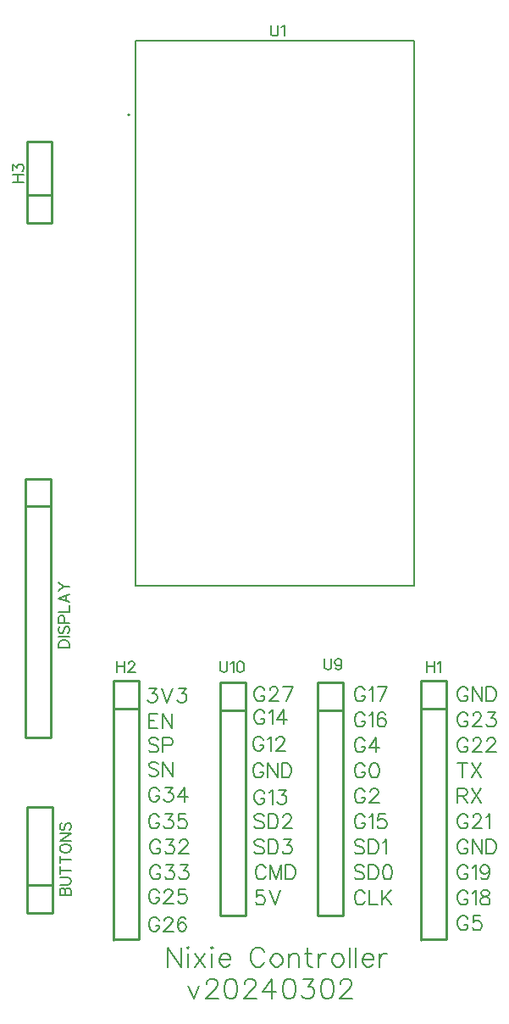
<source format=gto>
G04 Layer: TopSilkscreenLayer*
G04 EasyEDA v6.5.42, 2024-02-29 16:04:18*
G04 a77a6519c85945819b4ef728552386b2,10*
G04 Gerber Generator version 0.2*
G04 Scale: 100 percent, Rotated: No, Reflected: No *
G04 Dimensions in millimeters *
G04 leading zeros omitted , absolute positions ,4 integer and 5 decimal *
%FSLAX45Y45*%
%MOMM*%

%ADD10C,0.2032*%
%ADD11C,0.1524*%
%ADD12C,0.2540*%
%ADD13C,0.1270*%
%ADD14C,0.1999*%
%ADD15C,0.0120*%

%LPD*%
D10*
X2298700Y-2665221D02*
G01*
X2298700Y-2859023D01*
X2298700Y-2665221D02*
G01*
X2427986Y-2859023D01*
X2427986Y-2665221D02*
G01*
X2427986Y-2859023D01*
X2488945Y-2665221D02*
G01*
X2498090Y-2674365D01*
X2507488Y-2665221D01*
X2498090Y-2655823D01*
X2488945Y-2665221D01*
X2498090Y-2729737D02*
G01*
X2498090Y-2859023D01*
X2568447Y-2729737D02*
G01*
X2670047Y-2859023D01*
X2670047Y-2729737D02*
G01*
X2568447Y-2859023D01*
X2731008Y-2665221D02*
G01*
X2740152Y-2674365D01*
X2749550Y-2665221D01*
X2740152Y-2655823D01*
X2731008Y-2665221D01*
X2740152Y-2729737D02*
G01*
X2740152Y-2859023D01*
X2810509Y-2785110D02*
G01*
X2921254Y-2785110D01*
X2921254Y-2766821D01*
X2912109Y-2748279D01*
X2902711Y-2739136D01*
X2884170Y-2729737D01*
X2856484Y-2729737D01*
X2838195Y-2739136D01*
X2819654Y-2757423D01*
X2810509Y-2785110D01*
X2810509Y-2803652D01*
X2819654Y-2831337D01*
X2838195Y-2849879D01*
X2856484Y-2859023D01*
X2884170Y-2859023D01*
X2902711Y-2849879D01*
X2921254Y-2831337D01*
X3262884Y-2711450D02*
G01*
X3253740Y-2692907D01*
X3235197Y-2674365D01*
X3216909Y-2665221D01*
X3179825Y-2665221D01*
X3161284Y-2674365D01*
X3142995Y-2692907D01*
X3133597Y-2711450D01*
X3124454Y-2739136D01*
X3124454Y-2785110D01*
X3133597Y-2813050D01*
X3142995Y-2831337D01*
X3161284Y-2849879D01*
X3179825Y-2859023D01*
X3216909Y-2859023D01*
X3235197Y-2849879D01*
X3253740Y-2831337D01*
X3262884Y-2813050D01*
X3370072Y-2729737D02*
G01*
X3351529Y-2739136D01*
X3333241Y-2757423D01*
X3323843Y-2785110D01*
X3323843Y-2803652D01*
X3333241Y-2831337D01*
X3351529Y-2849879D01*
X3370072Y-2859023D01*
X3397758Y-2859023D01*
X3416300Y-2849879D01*
X3434841Y-2831337D01*
X3443986Y-2803652D01*
X3443986Y-2785110D01*
X3434841Y-2757423D01*
X3416300Y-2739136D01*
X3397758Y-2729737D01*
X3370072Y-2729737D01*
X3504945Y-2729737D02*
G01*
X3504945Y-2859023D01*
X3504945Y-2766821D02*
G01*
X3532631Y-2739136D01*
X3551174Y-2729737D01*
X3578859Y-2729737D01*
X3597402Y-2739136D01*
X3606545Y-2766821D01*
X3606545Y-2859023D01*
X3695191Y-2665221D02*
G01*
X3695191Y-2822194D01*
X3704590Y-2849879D01*
X3722877Y-2859023D01*
X3741420Y-2859023D01*
X3667506Y-2729737D02*
G01*
X3732275Y-2729737D01*
X3802379Y-2729737D02*
G01*
X3802379Y-2859023D01*
X3802379Y-2785110D02*
G01*
X3811524Y-2757423D01*
X3830065Y-2739136D01*
X3848608Y-2729737D01*
X3876293Y-2729737D01*
X3983481Y-2729737D02*
G01*
X3964940Y-2739136D01*
X3946397Y-2757423D01*
X3937254Y-2785110D01*
X3937254Y-2803652D01*
X3946397Y-2831337D01*
X3964940Y-2849879D01*
X3983481Y-2859023D01*
X4011168Y-2859023D01*
X4029709Y-2849879D01*
X4047997Y-2831337D01*
X4057395Y-2803652D01*
X4057395Y-2785110D01*
X4047997Y-2757423D01*
X4029709Y-2739136D01*
X4011168Y-2729737D01*
X3983481Y-2729737D01*
X4118356Y-2665221D02*
G01*
X4118356Y-2859023D01*
X4179315Y-2665221D02*
G01*
X4179315Y-2859023D01*
X4240275Y-2785110D02*
G01*
X4351020Y-2785110D01*
X4351020Y-2766821D01*
X4341875Y-2748279D01*
X4332477Y-2739136D01*
X4314190Y-2729737D01*
X4286250Y-2729737D01*
X4267961Y-2739136D01*
X4249420Y-2757423D01*
X4240275Y-2785110D01*
X4240275Y-2803652D01*
X4249420Y-2831337D01*
X4267961Y-2849879D01*
X4286250Y-2859023D01*
X4314190Y-2859023D01*
X4332477Y-2849879D01*
X4351020Y-2831337D01*
X4411979Y-2729737D02*
G01*
X4411979Y-2859023D01*
X4411979Y-2785110D02*
G01*
X4421124Y-2757423D01*
X4439665Y-2739136D01*
X4458208Y-2729737D01*
X4485893Y-2729737D01*
X2501900Y-3047237D02*
G01*
X2557272Y-3176523D01*
X2612643Y-3047237D02*
G01*
X2557272Y-3176523D01*
X2683002Y-3028950D02*
G01*
X2683002Y-3019552D01*
X2692145Y-3001010D01*
X2701290Y-2991865D01*
X2719831Y-2982721D01*
X2756915Y-2982721D01*
X2775204Y-2991865D01*
X2784602Y-3001010D01*
X2793745Y-3019552D01*
X2793745Y-3038094D01*
X2784602Y-3056636D01*
X2766059Y-3084321D01*
X2673604Y-3176523D01*
X2802890Y-3176523D01*
X2919475Y-2982721D02*
G01*
X2891790Y-2991865D01*
X2873247Y-3019552D01*
X2863850Y-3065779D01*
X2863850Y-3093465D01*
X2873247Y-3139694D01*
X2891790Y-3167379D01*
X2919475Y-3176523D01*
X2937763Y-3176523D01*
X2965450Y-3167379D01*
X2983991Y-3139694D01*
X2993390Y-3093465D01*
X2993390Y-3065779D01*
X2983991Y-3019552D01*
X2965450Y-2991865D01*
X2937763Y-2982721D01*
X2919475Y-2982721D01*
X3063493Y-3028950D02*
G01*
X3063493Y-3019552D01*
X3072638Y-3001010D01*
X3082036Y-2991865D01*
X3100324Y-2982721D01*
X3137408Y-2982721D01*
X3155950Y-2991865D01*
X3165093Y-3001010D01*
X3174238Y-3019552D01*
X3174238Y-3038094D01*
X3165093Y-3056636D01*
X3146552Y-3084321D01*
X3054350Y-3176523D01*
X3183636Y-3176523D01*
X3336797Y-2982721D02*
G01*
X3244595Y-3112007D01*
X3383025Y-3112007D01*
X3336797Y-2982721D02*
G01*
X3336797Y-3176523D01*
X3499358Y-2982721D02*
G01*
X3471672Y-2991865D01*
X3453129Y-3019552D01*
X3443986Y-3065779D01*
X3443986Y-3093465D01*
X3453129Y-3139694D01*
X3471672Y-3167379D01*
X3499358Y-3176523D01*
X3517900Y-3176523D01*
X3545586Y-3167379D01*
X3564127Y-3139694D01*
X3573272Y-3093465D01*
X3573272Y-3065779D01*
X3564127Y-3019552D01*
X3545586Y-2991865D01*
X3517900Y-2982721D01*
X3499358Y-2982721D01*
X3652774Y-2982721D02*
G01*
X3754374Y-2982721D01*
X3699002Y-3056636D01*
X3726688Y-3056636D01*
X3745229Y-3065779D01*
X3754374Y-3074923D01*
X3763518Y-3102610D01*
X3763518Y-3121152D01*
X3754374Y-3148837D01*
X3735831Y-3167379D01*
X3708145Y-3176523D01*
X3680459Y-3176523D01*
X3652774Y-3167379D01*
X3643629Y-3158236D01*
X3634231Y-3139694D01*
X3879850Y-2982721D02*
G01*
X3852163Y-2991865D01*
X3833875Y-3019552D01*
X3824477Y-3065779D01*
X3824477Y-3093465D01*
X3833875Y-3139694D01*
X3852163Y-3167379D01*
X3879850Y-3176523D01*
X3898391Y-3176523D01*
X3926077Y-3167379D01*
X3944620Y-3139694D01*
X3953763Y-3093465D01*
X3953763Y-3065779D01*
X3944620Y-3019552D01*
X3926077Y-2991865D01*
X3898391Y-2982721D01*
X3879850Y-2982721D01*
X4024122Y-3028950D02*
G01*
X4024122Y-3019552D01*
X4033265Y-3001010D01*
X4042409Y-2991865D01*
X4060952Y-2982721D01*
X4098036Y-2982721D01*
X4116324Y-2991865D01*
X4125722Y-3001010D01*
X4134865Y-3019552D01*
X4134865Y-3038094D01*
X4125722Y-3056636D01*
X4107179Y-3084321D01*
X4014724Y-3176523D01*
X4144009Y-3176523D01*
X5296661Y-98552D02*
G01*
X5289804Y-85089D01*
X5276088Y-71373D01*
X5262372Y-64515D01*
X5235193Y-64515D01*
X5221477Y-71373D01*
X5208015Y-85089D01*
X5201158Y-98552D01*
X5194300Y-119126D01*
X5194300Y-153162D01*
X5201158Y-173736D01*
X5208015Y-187197D01*
X5221477Y-200913D01*
X5235193Y-207771D01*
X5262372Y-207771D01*
X5276088Y-200913D01*
X5289804Y-187197D01*
X5296661Y-173736D01*
X5296661Y-153162D01*
X5262372Y-153162D02*
G01*
X5296661Y-153162D01*
X5341620Y-64515D02*
G01*
X5341620Y-207771D01*
X5341620Y-64515D02*
G01*
X5437124Y-207771D01*
X5437124Y-64515D02*
G01*
X5437124Y-207771D01*
X5482081Y-64515D02*
G01*
X5482081Y-207771D01*
X5482081Y-64515D02*
G01*
X5529834Y-64515D01*
X5550154Y-71373D01*
X5563870Y-85089D01*
X5570727Y-98552D01*
X5577586Y-119126D01*
X5577586Y-153162D01*
X5570727Y-173736D01*
X5563870Y-187197D01*
X5550154Y-200913D01*
X5529834Y-207771D01*
X5482081Y-207771D01*
X5296661Y-352552D02*
G01*
X5289804Y-339089D01*
X5276088Y-325373D01*
X5262372Y-318515D01*
X5235193Y-318515D01*
X5221477Y-325373D01*
X5208015Y-339089D01*
X5201158Y-352552D01*
X5194300Y-373126D01*
X5194300Y-407162D01*
X5201158Y-427736D01*
X5208015Y-441197D01*
X5221477Y-454913D01*
X5235193Y-461771D01*
X5262372Y-461771D01*
X5276088Y-454913D01*
X5289804Y-441197D01*
X5296661Y-427736D01*
X5296661Y-407162D01*
X5262372Y-407162D02*
G01*
X5296661Y-407162D01*
X5348477Y-352552D02*
G01*
X5348477Y-345694D01*
X5355081Y-332231D01*
X5361940Y-325373D01*
X5375656Y-318515D01*
X5402834Y-318515D01*
X5416550Y-325373D01*
X5423408Y-332231D01*
X5430265Y-345694D01*
X5430265Y-359410D01*
X5423408Y-373126D01*
X5409691Y-393445D01*
X5341620Y-461771D01*
X5437124Y-461771D01*
X5495543Y-318515D02*
G01*
X5570727Y-318515D01*
X5529834Y-373126D01*
X5550154Y-373126D01*
X5563870Y-379984D01*
X5570727Y-386842D01*
X5577586Y-407162D01*
X5577586Y-420878D01*
X5570727Y-441197D01*
X5557011Y-454913D01*
X5536691Y-461771D01*
X5516118Y-461771D01*
X5495543Y-454913D01*
X5488940Y-448055D01*
X5482081Y-434339D01*
X2109215Y-77215D02*
G01*
X2184145Y-77215D01*
X2143252Y-131826D01*
X2163572Y-131826D01*
X2177288Y-138684D01*
X2184145Y-145542D01*
X2191004Y-165862D01*
X2191004Y-179578D01*
X2184145Y-199897D01*
X2170429Y-213613D01*
X2150109Y-220471D01*
X2129536Y-220471D01*
X2109215Y-213613D01*
X2102358Y-206755D01*
X2095500Y-193039D01*
X2235961Y-77215D02*
G01*
X2290572Y-220471D01*
X2344927Y-77215D02*
G01*
X2290572Y-220471D01*
X2403602Y-77215D02*
G01*
X2478786Y-77215D01*
X2437891Y-131826D01*
X2458211Y-131826D01*
X2471927Y-138684D01*
X2478786Y-145542D01*
X2485390Y-165862D01*
X2485390Y-179578D01*
X2478786Y-199897D01*
X2465070Y-213613D01*
X2444495Y-220471D01*
X2424175Y-220471D01*
X2403602Y-213613D01*
X2396743Y-206755D01*
X2390140Y-193039D01*
X5296661Y-606552D02*
G01*
X5289804Y-593089D01*
X5276088Y-579373D01*
X5262372Y-572515D01*
X5235193Y-572515D01*
X5221477Y-579373D01*
X5208015Y-593089D01*
X5201158Y-606552D01*
X5194300Y-627126D01*
X5194300Y-661162D01*
X5201158Y-681736D01*
X5208015Y-695197D01*
X5221477Y-708913D01*
X5235193Y-715771D01*
X5262372Y-715771D01*
X5276088Y-708913D01*
X5289804Y-695197D01*
X5296661Y-681736D01*
X5296661Y-661162D01*
X5262372Y-661162D02*
G01*
X5296661Y-661162D01*
X5348477Y-606552D02*
G01*
X5348477Y-599694D01*
X5355081Y-586231D01*
X5361940Y-579373D01*
X5375656Y-572515D01*
X5402834Y-572515D01*
X5416550Y-579373D01*
X5423408Y-586231D01*
X5430265Y-599694D01*
X5430265Y-613410D01*
X5423408Y-627126D01*
X5409691Y-647445D01*
X5341620Y-715771D01*
X5437124Y-715771D01*
X5488940Y-606552D02*
G01*
X5488940Y-599694D01*
X5495543Y-586231D01*
X5502402Y-579373D01*
X5516118Y-572515D01*
X5543295Y-572515D01*
X5557011Y-579373D01*
X5563870Y-586231D01*
X5570727Y-599694D01*
X5570727Y-613410D01*
X5563870Y-627126D01*
X5550154Y-647445D01*
X5482081Y-715771D01*
X5577586Y-715771D01*
X3256788Y-2096515D02*
G01*
X3188715Y-2096515D01*
X3181858Y-2157984D01*
X3188715Y-2151126D01*
X3209036Y-2144268D01*
X3229609Y-2144268D01*
X3249929Y-2151126D01*
X3263645Y-2164842D01*
X3270504Y-2185162D01*
X3270504Y-2198878D01*
X3263645Y-2219197D01*
X3249929Y-2232913D01*
X3229609Y-2239771D01*
X3209036Y-2239771D01*
X3188715Y-2232913D01*
X3181858Y-2226055D01*
X3175000Y-2212339D01*
X3315461Y-2096515D02*
G01*
X3370072Y-2239771D01*
X3424427Y-2096515D02*
G01*
X3370072Y-2239771D01*
X5296661Y-1368552D02*
G01*
X5289804Y-1355089D01*
X5276088Y-1341373D01*
X5262372Y-1334515D01*
X5235193Y-1334515D01*
X5221477Y-1341373D01*
X5208015Y-1355089D01*
X5201158Y-1368552D01*
X5194300Y-1389126D01*
X5194300Y-1423162D01*
X5201158Y-1443736D01*
X5208015Y-1457197D01*
X5221477Y-1470913D01*
X5235193Y-1477771D01*
X5262372Y-1477771D01*
X5276088Y-1470913D01*
X5289804Y-1457197D01*
X5296661Y-1443736D01*
X5296661Y-1423162D01*
X5262372Y-1423162D02*
G01*
X5296661Y-1423162D01*
X5348477Y-1368552D02*
G01*
X5348477Y-1361694D01*
X5355081Y-1348231D01*
X5361940Y-1341373D01*
X5375656Y-1334515D01*
X5402834Y-1334515D01*
X5416550Y-1341373D01*
X5423408Y-1348231D01*
X5430265Y-1361694D01*
X5430265Y-1375410D01*
X5423408Y-1389126D01*
X5409691Y-1409445D01*
X5341620Y-1477771D01*
X5437124Y-1477771D01*
X5482081Y-1361694D02*
G01*
X5495543Y-1355089D01*
X5516118Y-1334515D01*
X5516118Y-1477771D01*
X5242052Y-826515D02*
G01*
X5242052Y-969771D01*
X5194300Y-826515D02*
G01*
X5289804Y-826515D01*
X5334761Y-826515D02*
G01*
X5430265Y-969771D01*
X5430265Y-826515D02*
G01*
X5334761Y-969771D01*
X5194300Y-1080515D02*
G01*
X5194300Y-1223771D01*
X5194300Y-1080515D02*
G01*
X5255768Y-1080515D01*
X5276088Y-1087373D01*
X5282945Y-1094231D01*
X5289804Y-1107694D01*
X5289804Y-1121410D01*
X5282945Y-1135126D01*
X5276088Y-1141984D01*
X5255768Y-1148842D01*
X5194300Y-1148842D01*
X5242052Y-1148842D02*
G01*
X5289804Y-1223771D01*
X5334761Y-1080515D02*
G01*
X5430265Y-1223771D01*
X5430265Y-1080515D02*
G01*
X5334761Y-1223771D01*
X5296661Y-1622552D02*
G01*
X5289804Y-1609089D01*
X5276088Y-1595373D01*
X5262372Y-1588515D01*
X5235193Y-1588515D01*
X5221477Y-1595373D01*
X5208015Y-1609089D01*
X5201158Y-1622552D01*
X5194300Y-1643126D01*
X5194300Y-1677162D01*
X5201158Y-1697736D01*
X5208015Y-1711197D01*
X5221477Y-1724913D01*
X5235193Y-1731771D01*
X5262372Y-1731771D01*
X5276088Y-1724913D01*
X5289804Y-1711197D01*
X5296661Y-1697736D01*
X5296661Y-1677162D01*
X5262372Y-1677162D02*
G01*
X5296661Y-1677162D01*
X5341620Y-1588515D02*
G01*
X5341620Y-1731771D01*
X5341620Y-1588515D02*
G01*
X5437124Y-1731771D01*
X5437124Y-1588515D02*
G01*
X5437124Y-1731771D01*
X5482081Y-1588515D02*
G01*
X5482081Y-1731771D01*
X5482081Y-1588515D02*
G01*
X5529834Y-1588515D01*
X5550154Y-1595373D01*
X5563870Y-1609089D01*
X5570727Y-1622552D01*
X5577586Y-1643126D01*
X5577586Y-1677162D01*
X5570727Y-1697736D01*
X5563870Y-1711197D01*
X5550154Y-1724913D01*
X5529834Y-1731771D01*
X5482081Y-1731771D01*
X5296661Y-1876552D02*
G01*
X5289804Y-1863089D01*
X5276088Y-1849373D01*
X5262372Y-1842515D01*
X5235193Y-1842515D01*
X5221477Y-1849373D01*
X5208015Y-1863089D01*
X5201158Y-1876552D01*
X5194300Y-1897126D01*
X5194300Y-1931162D01*
X5201158Y-1951736D01*
X5208015Y-1965197D01*
X5221477Y-1978913D01*
X5235193Y-1985771D01*
X5262372Y-1985771D01*
X5276088Y-1978913D01*
X5289804Y-1965197D01*
X5296661Y-1951736D01*
X5296661Y-1931162D01*
X5262372Y-1931162D02*
G01*
X5296661Y-1931162D01*
X5341620Y-1869694D02*
G01*
X5355081Y-1863089D01*
X5375656Y-1842515D01*
X5375656Y-1985771D01*
X5509259Y-1890268D02*
G01*
X5502402Y-1910842D01*
X5488940Y-1924304D01*
X5468365Y-1931162D01*
X5461508Y-1931162D01*
X5441188Y-1924304D01*
X5427472Y-1910842D01*
X5420613Y-1890268D01*
X5420613Y-1883410D01*
X5427472Y-1863089D01*
X5441188Y-1849373D01*
X5461508Y-1842515D01*
X5468365Y-1842515D01*
X5488940Y-1849373D01*
X5502402Y-1863089D01*
X5509259Y-1890268D01*
X5509259Y-1924304D01*
X5502402Y-1958339D01*
X5488940Y-1978913D01*
X5468365Y-1985771D01*
X5454650Y-1985771D01*
X5434329Y-1978913D01*
X5427472Y-1965197D01*
X5296661Y-2130552D02*
G01*
X5289804Y-2117089D01*
X5276088Y-2103373D01*
X5262372Y-2096515D01*
X5235193Y-2096515D01*
X5221477Y-2103373D01*
X5208015Y-2117089D01*
X5201158Y-2130552D01*
X5194300Y-2151126D01*
X5194300Y-2185162D01*
X5201158Y-2205736D01*
X5208015Y-2219197D01*
X5221477Y-2232913D01*
X5235193Y-2239771D01*
X5262372Y-2239771D01*
X5276088Y-2232913D01*
X5289804Y-2219197D01*
X5296661Y-2205736D01*
X5296661Y-2185162D01*
X5262372Y-2185162D02*
G01*
X5296661Y-2185162D01*
X5341620Y-2123694D02*
G01*
X5355081Y-2117089D01*
X5375656Y-2096515D01*
X5375656Y-2239771D01*
X5454650Y-2096515D02*
G01*
X5434329Y-2103373D01*
X5427472Y-2117089D01*
X5427472Y-2130552D01*
X5434329Y-2144268D01*
X5448045Y-2151126D01*
X5475224Y-2157984D01*
X5495543Y-2164842D01*
X5509259Y-2178304D01*
X5516118Y-2192020D01*
X5516118Y-2212339D01*
X5509259Y-2226055D01*
X5502402Y-2232913D01*
X5482081Y-2239771D01*
X5454650Y-2239771D01*
X5434329Y-2232913D01*
X5427472Y-2226055D01*
X5420613Y-2212339D01*
X5420613Y-2192020D01*
X5427472Y-2178304D01*
X5441188Y-2164842D01*
X5461508Y-2157984D01*
X5488940Y-2151126D01*
X5502402Y-2144268D01*
X5509259Y-2130552D01*
X5509259Y-2117089D01*
X5502402Y-2103373D01*
X5482081Y-2096515D01*
X5454650Y-2096515D01*
X5296661Y-2384552D02*
G01*
X5289804Y-2371089D01*
X5276088Y-2357373D01*
X5262372Y-2350515D01*
X5235193Y-2350515D01*
X5221477Y-2357373D01*
X5208015Y-2371089D01*
X5201158Y-2384552D01*
X5194300Y-2405126D01*
X5194300Y-2439162D01*
X5201158Y-2459736D01*
X5208015Y-2473197D01*
X5221477Y-2486913D01*
X5235193Y-2493771D01*
X5262372Y-2493771D01*
X5276088Y-2486913D01*
X5289804Y-2473197D01*
X5296661Y-2459736D01*
X5296661Y-2439162D01*
X5262372Y-2439162D02*
G01*
X5296661Y-2439162D01*
X5423408Y-2350515D02*
G01*
X5355081Y-2350515D01*
X5348477Y-2411984D01*
X5355081Y-2405126D01*
X5375656Y-2398268D01*
X5396229Y-2398268D01*
X5416550Y-2405126D01*
X5430265Y-2418842D01*
X5437124Y-2439162D01*
X5437124Y-2452878D01*
X5430265Y-2473197D01*
X5416550Y-2486913D01*
X5396229Y-2493771D01*
X5375656Y-2493771D01*
X5355081Y-2486913D01*
X5348477Y-2480055D01*
X5341620Y-2466339D01*
X4267961Y-98552D02*
G01*
X4261104Y-85089D01*
X4247388Y-71373D01*
X4233672Y-64515D01*
X4206493Y-64515D01*
X4192777Y-71373D01*
X4179315Y-85089D01*
X4172458Y-98552D01*
X4165600Y-119126D01*
X4165600Y-153162D01*
X4172458Y-173736D01*
X4179315Y-187197D01*
X4192777Y-200913D01*
X4206493Y-207771D01*
X4233672Y-207771D01*
X4247388Y-200913D01*
X4261104Y-187197D01*
X4267961Y-173736D01*
X4267961Y-153162D01*
X4233672Y-153162D02*
G01*
X4267961Y-153162D01*
X4312920Y-91694D02*
G01*
X4326381Y-85089D01*
X4346956Y-64515D01*
X4346956Y-207771D01*
X4487418Y-64515D02*
G01*
X4419345Y-207771D01*
X4391913Y-64515D02*
G01*
X4487418Y-64515D01*
X4267961Y-352552D02*
G01*
X4261104Y-339089D01*
X4247388Y-325373D01*
X4233672Y-318515D01*
X4206493Y-318515D01*
X4192777Y-325373D01*
X4179315Y-339089D01*
X4172458Y-352552D01*
X4165600Y-373126D01*
X4165600Y-407162D01*
X4172458Y-427736D01*
X4179315Y-441197D01*
X4192777Y-454913D01*
X4206493Y-461771D01*
X4233672Y-461771D01*
X4247388Y-454913D01*
X4261104Y-441197D01*
X4267961Y-427736D01*
X4267961Y-407162D01*
X4233672Y-407162D02*
G01*
X4267961Y-407162D01*
X4312920Y-345694D02*
G01*
X4326381Y-339089D01*
X4346956Y-318515D01*
X4346956Y-461771D01*
X4473702Y-339089D02*
G01*
X4466843Y-325373D01*
X4446524Y-318515D01*
X4432808Y-318515D01*
X4412488Y-325373D01*
X4398772Y-345694D01*
X4391913Y-379984D01*
X4391913Y-414020D01*
X4398772Y-441197D01*
X4412488Y-454913D01*
X4432808Y-461771D01*
X4439665Y-461771D01*
X4460240Y-454913D01*
X4473702Y-441197D01*
X4480559Y-420878D01*
X4480559Y-414020D01*
X4473702Y-393445D01*
X4460240Y-379984D01*
X4439665Y-373126D01*
X4432808Y-373126D01*
X4412488Y-379984D01*
X4398772Y-393445D01*
X4391913Y-414020D01*
X4267961Y-606552D02*
G01*
X4261104Y-593089D01*
X4247388Y-579373D01*
X4233672Y-572515D01*
X4206493Y-572515D01*
X4192777Y-579373D01*
X4179315Y-593089D01*
X4172458Y-606552D01*
X4165600Y-627126D01*
X4165600Y-661162D01*
X4172458Y-681736D01*
X4179315Y-695197D01*
X4192777Y-708913D01*
X4206493Y-715771D01*
X4233672Y-715771D01*
X4247388Y-708913D01*
X4261104Y-695197D01*
X4267961Y-681736D01*
X4267961Y-661162D01*
X4233672Y-661162D02*
G01*
X4267961Y-661162D01*
X4380991Y-572515D02*
G01*
X4312920Y-668020D01*
X4415027Y-668020D01*
X4380991Y-572515D02*
G01*
X4380991Y-715771D01*
X4267961Y-860552D02*
G01*
X4261104Y-847089D01*
X4247388Y-833373D01*
X4233672Y-826515D01*
X4206493Y-826515D01*
X4192777Y-833373D01*
X4179315Y-847089D01*
X4172458Y-860552D01*
X4165600Y-881126D01*
X4165600Y-915162D01*
X4172458Y-935736D01*
X4179315Y-949197D01*
X4192777Y-962913D01*
X4206493Y-969771D01*
X4233672Y-969771D01*
X4247388Y-962913D01*
X4261104Y-949197D01*
X4267961Y-935736D01*
X4267961Y-915162D01*
X4233672Y-915162D02*
G01*
X4267961Y-915162D01*
X4353813Y-826515D02*
G01*
X4333240Y-833373D01*
X4319777Y-853694D01*
X4312920Y-887984D01*
X4312920Y-908304D01*
X4319777Y-942339D01*
X4333240Y-962913D01*
X4353813Y-969771D01*
X4367529Y-969771D01*
X4387850Y-962913D01*
X4401565Y-942339D01*
X4408424Y-908304D01*
X4408424Y-887984D01*
X4401565Y-853694D01*
X4387850Y-833373D01*
X4367529Y-826515D01*
X4353813Y-826515D01*
X4267961Y-1114552D02*
G01*
X4261104Y-1101089D01*
X4247388Y-1087373D01*
X4233672Y-1080515D01*
X4206493Y-1080515D01*
X4192777Y-1087373D01*
X4179315Y-1101089D01*
X4172458Y-1114552D01*
X4165600Y-1135126D01*
X4165600Y-1169162D01*
X4172458Y-1189736D01*
X4179315Y-1203197D01*
X4192777Y-1216913D01*
X4206493Y-1223771D01*
X4233672Y-1223771D01*
X4247388Y-1216913D01*
X4261104Y-1203197D01*
X4267961Y-1189736D01*
X4267961Y-1169162D01*
X4233672Y-1169162D02*
G01*
X4267961Y-1169162D01*
X4319777Y-1114552D02*
G01*
X4319777Y-1107694D01*
X4326381Y-1094231D01*
X4333240Y-1087373D01*
X4346956Y-1080515D01*
X4374134Y-1080515D01*
X4387850Y-1087373D01*
X4394708Y-1094231D01*
X4401565Y-1107694D01*
X4401565Y-1121410D01*
X4394708Y-1135126D01*
X4380991Y-1155445D01*
X4312920Y-1223771D01*
X4408424Y-1223771D01*
X4267961Y-2130552D02*
G01*
X4261104Y-2117089D01*
X4247388Y-2103373D01*
X4233672Y-2096515D01*
X4206493Y-2096515D01*
X4192777Y-2103373D01*
X4179315Y-2117089D01*
X4172458Y-2130552D01*
X4165600Y-2151126D01*
X4165600Y-2185162D01*
X4172458Y-2205736D01*
X4179315Y-2219197D01*
X4192777Y-2232913D01*
X4206493Y-2239771D01*
X4233672Y-2239771D01*
X4247388Y-2232913D01*
X4261104Y-2219197D01*
X4267961Y-2205736D01*
X4312920Y-2096515D02*
G01*
X4312920Y-2239771D01*
X4312920Y-2239771D02*
G01*
X4394708Y-2239771D01*
X4439665Y-2096515D02*
G01*
X4439665Y-2239771D01*
X4535170Y-2096515D02*
G01*
X4439665Y-2192020D01*
X4473702Y-2157984D02*
G01*
X4535170Y-2239771D01*
X4261104Y-1863089D02*
G01*
X4247388Y-1849373D01*
X4227068Y-1842515D01*
X4199636Y-1842515D01*
X4179315Y-1849373D01*
X4165600Y-1863089D01*
X4165600Y-1876552D01*
X4172458Y-1890268D01*
X4179315Y-1897126D01*
X4192777Y-1903984D01*
X4233672Y-1917445D01*
X4247388Y-1924304D01*
X4254245Y-1931162D01*
X4261104Y-1944878D01*
X4261104Y-1965197D01*
X4247388Y-1978913D01*
X4227068Y-1985771D01*
X4199636Y-1985771D01*
X4179315Y-1978913D01*
X4165600Y-1965197D01*
X4306061Y-1842515D02*
G01*
X4306061Y-1985771D01*
X4306061Y-1842515D02*
G01*
X4353813Y-1842515D01*
X4374134Y-1849373D01*
X4387850Y-1863089D01*
X4394708Y-1876552D01*
X4401565Y-1897126D01*
X4401565Y-1931162D01*
X4394708Y-1951736D01*
X4387850Y-1965197D01*
X4374134Y-1978913D01*
X4353813Y-1985771D01*
X4306061Y-1985771D01*
X4487418Y-1842515D02*
G01*
X4466843Y-1849373D01*
X4453381Y-1869694D01*
X4446524Y-1903984D01*
X4446524Y-1924304D01*
X4453381Y-1958339D01*
X4466843Y-1978913D01*
X4487418Y-1985771D01*
X4501134Y-1985771D01*
X4521454Y-1978913D01*
X4535170Y-1958339D01*
X4542027Y-1924304D01*
X4542027Y-1903984D01*
X4535170Y-1869694D01*
X4521454Y-1849373D01*
X4501134Y-1842515D01*
X4487418Y-1842515D01*
X4261104Y-1609089D02*
G01*
X4247388Y-1595373D01*
X4227068Y-1588515D01*
X4199636Y-1588515D01*
X4179315Y-1595373D01*
X4165600Y-1609089D01*
X4165600Y-1622552D01*
X4172458Y-1636268D01*
X4179315Y-1643126D01*
X4192777Y-1649984D01*
X4233672Y-1663445D01*
X4247388Y-1670304D01*
X4254245Y-1677162D01*
X4261104Y-1690878D01*
X4261104Y-1711197D01*
X4247388Y-1724913D01*
X4227068Y-1731771D01*
X4199636Y-1731771D01*
X4179315Y-1724913D01*
X4165600Y-1711197D01*
X4306061Y-1588515D02*
G01*
X4306061Y-1731771D01*
X4306061Y-1588515D02*
G01*
X4353813Y-1588515D01*
X4374134Y-1595373D01*
X4387850Y-1609089D01*
X4394708Y-1622552D01*
X4401565Y-1643126D01*
X4401565Y-1677162D01*
X4394708Y-1697736D01*
X4387850Y-1711197D01*
X4374134Y-1724913D01*
X4353813Y-1731771D01*
X4306061Y-1731771D01*
X4446524Y-1615694D02*
G01*
X4460240Y-1609089D01*
X4480559Y-1588515D01*
X4480559Y-1731771D01*
X4267961Y-1368552D02*
G01*
X4261104Y-1355089D01*
X4247388Y-1341373D01*
X4233672Y-1334515D01*
X4206493Y-1334515D01*
X4192777Y-1341373D01*
X4179315Y-1355089D01*
X4172458Y-1368552D01*
X4165600Y-1389126D01*
X4165600Y-1423162D01*
X4172458Y-1443736D01*
X4179315Y-1457197D01*
X4192777Y-1470913D01*
X4206493Y-1477771D01*
X4233672Y-1477771D01*
X4247388Y-1470913D01*
X4261104Y-1457197D01*
X4267961Y-1443736D01*
X4267961Y-1423162D01*
X4233672Y-1423162D02*
G01*
X4267961Y-1423162D01*
X4312920Y-1361694D02*
G01*
X4326381Y-1355089D01*
X4346956Y-1334515D01*
X4346956Y-1477771D01*
X4473702Y-1334515D02*
G01*
X4405629Y-1334515D01*
X4398772Y-1395984D01*
X4405629Y-1389126D01*
X4425950Y-1382268D01*
X4446524Y-1382268D01*
X4466843Y-1389126D01*
X4480559Y-1402842D01*
X4487418Y-1423162D01*
X4487418Y-1436878D01*
X4480559Y-1457197D01*
X4466843Y-1470913D01*
X4446524Y-1477771D01*
X4425950Y-1477771D01*
X4405629Y-1470913D01*
X4398772Y-1464055D01*
X4391913Y-1450339D01*
X3277361Y-1876552D02*
G01*
X3270504Y-1863089D01*
X3256788Y-1849373D01*
X3243072Y-1842515D01*
X3215893Y-1842515D01*
X3202177Y-1849373D01*
X3188715Y-1863089D01*
X3181858Y-1876552D01*
X3175000Y-1897126D01*
X3175000Y-1931162D01*
X3181858Y-1951736D01*
X3188715Y-1965197D01*
X3202177Y-1978913D01*
X3215893Y-1985771D01*
X3243072Y-1985771D01*
X3256788Y-1978913D01*
X3270504Y-1965197D01*
X3277361Y-1951736D01*
X3322320Y-1842515D02*
G01*
X3322320Y-1985771D01*
X3322320Y-1842515D02*
G01*
X3376929Y-1985771D01*
X3431286Y-1842515D02*
G01*
X3376929Y-1985771D01*
X3431286Y-1842515D02*
G01*
X3431286Y-1985771D01*
X3476243Y-1842515D02*
G01*
X3476243Y-1985771D01*
X3476243Y-1842515D02*
G01*
X3523995Y-1842515D01*
X3544570Y-1849373D01*
X3558286Y-1863089D01*
X3564890Y-1876552D01*
X3571747Y-1897126D01*
X3571747Y-1931162D01*
X3564890Y-1951736D01*
X3558286Y-1965197D01*
X3544570Y-1978913D01*
X3523995Y-1985771D01*
X3476243Y-1985771D01*
X3257804Y-1609089D02*
G01*
X3244088Y-1595373D01*
X3223768Y-1588515D01*
X3196336Y-1588515D01*
X3176015Y-1595373D01*
X3162300Y-1609089D01*
X3162300Y-1622552D01*
X3169158Y-1636268D01*
X3176015Y-1643126D01*
X3189477Y-1649984D01*
X3230372Y-1663445D01*
X3244088Y-1670304D01*
X3250945Y-1677162D01*
X3257804Y-1690878D01*
X3257804Y-1711197D01*
X3244088Y-1724913D01*
X3223768Y-1731771D01*
X3196336Y-1731771D01*
X3176015Y-1724913D01*
X3162300Y-1711197D01*
X3302761Y-1588515D02*
G01*
X3302761Y-1731771D01*
X3302761Y-1588515D02*
G01*
X3350513Y-1588515D01*
X3370834Y-1595373D01*
X3384550Y-1609089D01*
X3391408Y-1622552D01*
X3398265Y-1643126D01*
X3398265Y-1677162D01*
X3391408Y-1697736D01*
X3384550Y-1711197D01*
X3370834Y-1724913D01*
X3350513Y-1731771D01*
X3302761Y-1731771D01*
X3456940Y-1588515D02*
G01*
X3531870Y-1588515D01*
X3490975Y-1643126D01*
X3511295Y-1643126D01*
X3525011Y-1649984D01*
X3531870Y-1656842D01*
X3538727Y-1677162D01*
X3538727Y-1690878D01*
X3531870Y-1711197D01*
X3518154Y-1724913D01*
X3497834Y-1731771D01*
X3477259Y-1731771D01*
X3456940Y-1724913D01*
X3450081Y-1718055D01*
X3443224Y-1704339D01*
X3257804Y-1355089D02*
G01*
X3244088Y-1341373D01*
X3223768Y-1334515D01*
X3196336Y-1334515D01*
X3176015Y-1341373D01*
X3162300Y-1355089D01*
X3162300Y-1368552D01*
X3169158Y-1382268D01*
X3176015Y-1389126D01*
X3189477Y-1395984D01*
X3230372Y-1409445D01*
X3244088Y-1416304D01*
X3250945Y-1423162D01*
X3257804Y-1436878D01*
X3257804Y-1457197D01*
X3244088Y-1470913D01*
X3223768Y-1477771D01*
X3196336Y-1477771D01*
X3176015Y-1470913D01*
X3162300Y-1457197D01*
X3302761Y-1334515D02*
G01*
X3302761Y-1477771D01*
X3302761Y-1334515D02*
G01*
X3350513Y-1334515D01*
X3370834Y-1341373D01*
X3384550Y-1355089D01*
X3391408Y-1368552D01*
X3398265Y-1389126D01*
X3398265Y-1423162D01*
X3391408Y-1443736D01*
X3384550Y-1457197D01*
X3370834Y-1470913D01*
X3350513Y-1477771D01*
X3302761Y-1477771D01*
X3450081Y-1368552D02*
G01*
X3450081Y-1361694D01*
X3456940Y-1348231D01*
X3463543Y-1341373D01*
X3477259Y-1334515D01*
X3504691Y-1334515D01*
X3518154Y-1341373D01*
X3525011Y-1348231D01*
X3531870Y-1361694D01*
X3531870Y-1375410D01*
X3525011Y-1389126D01*
X3511295Y-1409445D01*
X3443224Y-1477771D01*
X3538727Y-1477771D01*
X3264661Y-1127252D02*
G01*
X3257804Y-1113789D01*
X3244088Y-1100073D01*
X3230372Y-1093215D01*
X3203193Y-1093215D01*
X3189477Y-1100073D01*
X3176015Y-1113789D01*
X3169158Y-1127252D01*
X3162300Y-1147826D01*
X3162300Y-1181862D01*
X3169158Y-1202436D01*
X3176015Y-1215897D01*
X3189477Y-1229613D01*
X3203193Y-1236471D01*
X3230372Y-1236471D01*
X3244088Y-1229613D01*
X3257804Y-1215897D01*
X3264661Y-1202436D01*
X3264661Y-1181862D01*
X3230372Y-1181862D02*
G01*
X3264661Y-1181862D01*
X3309620Y-1120394D02*
G01*
X3323081Y-1113789D01*
X3343656Y-1093215D01*
X3343656Y-1236471D01*
X3402329Y-1093215D02*
G01*
X3477259Y-1093215D01*
X3436365Y-1147826D01*
X3456940Y-1147826D01*
X3470402Y-1154684D01*
X3477259Y-1161542D01*
X3484118Y-1181862D01*
X3484118Y-1195578D01*
X3477259Y-1215897D01*
X3463543Y-1229613D01*
X3443224Y-1236471D01*
X3422650Y-1236471D01*
X3402329Y-1229613D01*
X3395472Y-1222755D01*
X3388613Y-1209039D01*
X3251961Y-860552D02*
G01*
X3245104Y-847089D01*
X3231388Y-833373D01*
X3217672Y-826515D01*
X3190493Y-826515D01*
X3176777Y-833373D01*
X3163315Y-847089D01*
X3156458Y-860552D01*
X3149600Y-881126D01*
X3149600Y-915162D01*
X3156458Y-935736D01*
X3163315Y-949197D01*
X3176777Y-962913D01*
X3190493Y-969771D01*
X3217672Y-969771D01*
X3231388Y-962913D01*
X3245104Y-949197D01*
X3251961Y-935736D01*
X3251961Y-915162D01*
X3217672Y-915162D02*
G01*
X3251961Y-915162D01*
X3296920Y-826515D02*
G01*
X3296920Y-969771D01*
X3296920Y-826515D02*
G01*
X3392424Y-969771D01*
X3392424Y-826515D02*
G01*
X3392424Y-969771D01*
X3437381Y-826515D02*
G01*
X3437381Y-969771D01*
X3437381Y-826515D02*
G01*
X3485134Y-826515D01*
X3505454Y-833373D01*
X3519170Y-847089D01*
X3526027Y-860552D01*
X3532886Y-881126D01*
X3532886Y-915162D01*
X3526027Y-935736D01*
X3519170Y-949197D01*
X3505454Y-962913D01*
X3485134Y-969771D01*
X3437381Y-969771D01*
X3251961Y-593852D02*
G01*
X3245104Y-580389D01*
X3231388Y-566673D01*
X3217672Y-559815D01*
X3190493Y-559815D01*
X3176777Y-566673D01*
X3163315Y-580389D01*
X3156458Y-593852D01*
X3149600Y-614426D01*
X3149600Y-648462D01*
X3156458Y-669036D01*
X3163315Y-682497D01*
X3176777Y-696213D01*
X3190493Y-703071D01*
X3217672Y-703071D01*
X3231388Y-696213D01*
X3245104Y-682497D01*
X3251961Y-669036D01*
X3251961Y-648462D01*
X3217672Y-648462D02*
G01*
X3251961Y-648462D01*
X3296920Y-586994D02*
G01*
X3310381Y-580389D01*
X3330956Y-559815D01*
X3330956Y-703071D01*
X3382772Y-593852D02*
G01*
X3382772Y-586994D01*
X3389629Y-573531D01*
X3396488Y-566673D01*
X3409950Y-559815D01*
X3437381Y-559815D01*
X3450843Y-566673D01*
X3457702Y-573531D01*
X3464559Y-586994D01*
X3464559Y-600710D01*
X3457702Y-614426D01*
X3444240Y-634745D01*
X3375913Y-703071D01*
X3471418Y-703071D01*
X3264661Y-327152D02*
G01*
X3257804Y-313689D01*
X3244088Y-299973D01*
X3230372Y-293115D01*
X3203193Y-293115D01*
X3189477Y-299973D01*
X3176015Y-313689D01*
X3169158Y-327152D01*
X3162300Y-347726D01*
X3162300Y-381762D01*
X3169158Y-402336D01*
X3176015Y-415797D01*
X3189477Y-429513D01*
X3203193Y-436371D01*
X3230372Y-436371D01*
X3244088Y-429513D01*
X3257804Y-415797D01*
X3264661Y-402336D01*
X3264661Y-381762D01*
X3230372Y-381762D02*
G01*
X3264661Y-381762D01*
X3309620Y-320294D02*
G01*
X3323081Y-313689D01*
X3343656Y-293115D01*
X3343656Y-436371D01*
X3456940Y-293115D02*
G01*
X3388613Y-388620D01*
X3490975Y-388620D01*
X3456940Y-293115D02*
G01*
X3456940Y-436371D01*
X3264661Y-98552D02*
G01*
X3257804Y-85089D01*
X3244088Y-71373D01*
X3230372Y-64515D01*
X3203193Y-64515D01*
X3189477Y-71373D01*
X3176015Y-85089D01*
X3169158Y-98552D01*
X3162300Y-119126D01*
X3162300Y-153162D01*
X3169158Y-173736D01*
X3176015Y-187197D01*
X3189477Y-200913D01*
X3203193Y-207771D01*
X3230372Y-207771D01*
X3244088Y-200913D01*
X3257804Y-187197D01*
X3264661Y-173736D01*
X3264661Y-153162D01*
X3230372Y-153162D02*
G01*
X3264661Y-153162D01*
X3316477Y-98552D02*
G01*
X3316477Y-91694D01*
X3323081Y-78231D01*
X3329940Y-71373D01*
X3343656Y-64515D01*
X3370834Y-64515D01*
X3384550Y-71373D01*
X3391408Y-78231D01*
X3398265Y-91694D01*
X3398265Y-105410D01*
X3391408Y-119126D01*
X3377691Y-139445D01*
X3309620Y-207771D01*
X3405124Y-207771D01*
X3545586Y-64515D02*
G01*
X3477259Y-207771D01*
X3450081Y-64515D02*
G01*
X3545586Y-64515D01*
X2210561Y-2397252D02*
G01*
X2203704Y-2383789D01*
X2189988Y-2370073D01*
X2176272Y-2363215D01*
X2149093Y-2363215D01*
X2135377Y-2370073D01*
X2121915Y-2383789D01*
X2115058Y-2397252D01*
X2108200Y-2417826D01*
X2108200Y-2451862D01*
X2115058Y-2472436D01*
X2121915Y-2485897D01*
X2135377Y-2499613D01*
X2149093Y-2506471D01*
X2176272Y-2506471D01*
X2189988Y-2499613D01*
X2203704Y-2485897D01*
X2210561Y-2472436D01*
X2210561Y-2451862D01*
X2176272Y-2451862D02*
G01*
X2210561Y-2451862D01*
X2262377Y-2397252D02*
G01*
X2262377Y-2390394D01*
X2268981Y-2376931D01*
X2275840Y-2370073D01*
X2289556Y-2363215D01*
X2316734Y-2363215D01*
X2330450Y-2370073D01*
X2337308Y-2376931D01*
X2344165Y-2390394D01*
X2344165Y-2404110D01*
X2337308Y-2417826D01*
X2323591Y-2438145D01*
X2255520Y-2506471D01*
X2351024Y-2506471D01*
X2477770Y-2383789D02*
G01*
X2470911Y-2370073D01*
X2450591Y-2363215D01*
X2436875Y-2363215D01*
X2416302Y-2370073D01*
X2402840Y-2390394D01*
X2395981Y-2424684D01*
X2395981Y-2458720D01*
X2402840Y-2485897D01*
X2416302Y-2499613D01*
X2436875Y-2506471D01*
X2443734Y-2506471D01*
X2464054Y-2499613D01*
X2477770Y-2485897D01*
X2484627Y-2465578D01*
X2484627Y-2458720D01*
X2477770Y-2438145D01*
X2464054Y-2424684D01*
X2443734Y-2417826D01*
X2436875Y-2417826D01*
X2416302Y-2424684D01*
X2402840Y-2438145D01*
X2395981Y-2458720D01*
X2210561Y-2117852D02*
G01*
X2203704Y-2104389D01*
X2189988Y-2090673D01*
X2176272Y-2083815D01*
X2149093Y-2083815D01*
X2135377Y-2090673D01*
X2121915Y-2104389D01*
X2115058Y-2117852D01*
X2108200Y-2138426D01*
X2108200Y-2172462D01*
X2115058Y-2193036D01*
X2121915Y-2206497D01*
X2135377Y-2220213D01*
X2149093Y-2227071D01*
X2176272Y-2227071D01*
X2189988Y-2220213D01*
X2203704Y-2206497D01*
X2210561Y-2193036D01*
X2210561Y-2172462D01*
X2176272Y-2172462D02*
G01*
X2210561Y-2172462D01*
X2262377Y-2117852D02*
G01*
X2262377Y-2110994D01*
X2268981Y-2097531D01*
X2275840Y-2090673D01*
X2289556Y-2083815D01*
X2316734Y-2083815D01*
X2330450Y-2090673D01*
X2337308Y-2097531D01*
X2344165Y-2110994D01*
X2344165Y-2124710D01*
X2337308Y-2138426D01*
X2323591Y-2158745D01*
X2255520Y-2227071D01*
X2351024Y-2227071D01*
X2477770Y-2083815D02*
G01*
X2409443Y-2083815D01*
X2402840Y-2145284D01*
X2409443Y-2138426D01*
X2430018Y-2131568D01*
X2450591Y-2131568D01*
X2470911Y-2138426D01*
X2484627Y-2152142D01*
X2491486Y-2172462D01*
X2491486Y-2186178D01*
X2484627Y-2206497D01*
X2470911Y-2220213D01*
X2450591Y-2227071D01*
X2430018Y-2227071D01*
X2409443Y-2220213D01*
X2402840Y-2213355D01*
X2395981Y-2199639D01*
X2223261Y-1876552D02*
G01*
X2216404Y-1863089D01*
X2202688Y-1849373D01*
X2188972Y-1842515D01*
X2161793Y-1842515D01*
X2148077Y-1849373D01*
X2134615Y-1863089D01*
X2127758Y-1876552D01*
X2120900Y-1897126D01*
X2120900Y-1931162D01*
X2127758Y-1951736D01*
X2134615Y-1965197D01*
X2148077Y-1978913D01*
X2161793Y-1985771D01*
X2188972Y-1985771D01*
X2202688Y-1978913D01*
X2216404Y-1965197D01*
X2223261Y-1951736D01*
X2223261Y-1931162D01*
X2188972Y-1931162D02*
G01*
X2223261Y-1931162D01*
X2281681Y-1842515D02*
G01*
X2356865Y-1842515D01*
X2315972Y-1897126D01*
X2336291Y-1897126D01*
X2350008Y-1903984D01*
X2356865Y-1910842D01*
X2363724Y-1931162D01*
X2363724Y-1944878D01*
X2356865Y-1965197D01*
X2343150Y-1978913D01*
X2322829Y-1985771D01*
X2302256Y-1985771D01*
X2281681Y-1978913D01*
X2275077Y-1972055D01*
X2268220Y-1958339D01*
X2422143Y-1842515D02*
G01*
X2497327Y-1842515D01*
X2456434Y-1897126D01*
X2476754Y-1897126D01*
X2490470Y-1903984D01*
X2497327Y-1910842D01*
X2504186Y-1931162D01*
X2504186Y-1944878D01*
X2497327Y-1965197D01*
X2483611Y-1978913D01*
X2463291Y-1985771D01*
X2442718Y-1985771D01*
X2422143Y-1978913D01*
X2415540Y-1972055D01*
X2408681Y-1958339D01*
X2223261Y-1622552D02*
G01*
X2216404Y-1609089D01*
X2202688Y-1595373D01*
X2188972Y-1588515D01*
X2161793Y-1588515D01*
X2148077Y-1595373D01*
X2134615Y-1609089D01*
X2127758Y-1622552D01*
X2120900Y-1643126D01*
X2120900Y-1677162D01*
X2127758Y-1697736D01*
X2134615Y-1711197D01*
X2148077Y-1724913D01*
X2161793Y-1731771D01*
X2188972Y-1731771D01*
X2202688Y-1724913D01*
X2216404Y-1711197D01*
X2223261Y-1697736D01*
X2223261Y-1677162D01*
X2188972Y-1677162D02*
G01*
X2223261Y-1677162D01*
X2281681Y-1588515D02*
G01*
X2356865Y-1588515D01*
X2315972Y-1643126D01*
X2336291Y-1643126D01*
X2350008Y-1649984D01*
X2356865Y-1656842D01*
X2363724Y-1677162D01*
X2363724Y-1690878D01*
X2356865Y-1711197D01*
X2343150Y-1724913D01*
X2322829Y-1731771D01*
X2302256Y-1731771D01*
X2281681Y-1724913D01*
X2275077Y-1718055D01*
X2268220Y-1704339D01*
X2415540Y-1622552D02*
G01*
X2415540Y-1615694D01*
X2422143Y-1602231D01*
X2429002Y-1595373D01*
X2442718Y-1588515D01*
X2469895Y-1588515D01*
X2483611Y-1595373D01*
X2490470Y-1602231D01*
X2497327Y-1615694D01*
X2497327Y-1629410D01*
X2490470Y-1643126D01*
X2476754Y-1663445D01*
X2408681Y-1731771D01*
X2504186Y-1731771D01*
X2210561Y-1368552D02*
G01*
X2203704Y-1355089D01*
X2189988Y-1341373D01*
X2176272Y-1334515D01*
X2149093Y-1334515D01*
X2135377Y-1341373D01*
X2121915Y-1355089D01*
X2115058Y-1368552D01*
X2108200Y-1389126D01*
X2108200Y-1423162D01*
X2115058Y-1443736D01*
X2121915Y-1457197D01*
X2135377Y-1470913D01*
X2149093Y-1477771D01*
X2176272Y-1477771D01*
X2189988Y-1470913D01*
X2203704Y-1457197D01*
X2210561Y-1443736D01*
X2210561Y-1423162D01*
X2176272Y-1423162D02*
G01*
X2210561Y-1423162D01*
X2268981Y-1334515D02*
G01*
X2344165Y-1334515D01*
X2303272Y-1389126D01*
X2323591Y-1389126D01*
X2337308Y-1395984D01*
X2344165Y-1402842D01*
X2351024Y-1423162D01*
X2351024Y-1436878D01*
X2344165Y-1457197D01*
X2330450Y-1470913D01*
X2310129Y-1477771D01*
X2289556Y-1477771D01*
X2268981Y-1470913D01*
X2262377Y-1464055D01*
X2255520Y-1450339D01*
X2477770Y-1334515D02*
G01*
X2409443Y-1334515D01*
X2402840Y-1395984D01*
X2409443Y-1389126D01*
X2430018Y-1382268D01*
X2450591Y-1382268D01*
X2470911Y-1389126D01*
X2484627Y-1402842D01*
X2491486Y-1423162D01*
X2491486Y-1436878D01*
X2484627Y-1457197D01*
X2470911Y-1470913D01*
X2450591Y-1477771D01*
X2430018Y-1477771D01*
X2409443Y-1470913D01*
X2402840Y-1464055D01*
X2395981Y-1450339D01*
X2210561Y-1101852D02*
G01*
X2203704Y-1088389D01*
X2189988Y-1074673D01*
X2176272Y-1067815D01*
X2149093Y-1067815D01*
X2135377Y-1074673D01*
X2121915Y-1088389D01*
X2115058Y-1101852D01*
X2108200Y-1122426D01*
X2108200Y-1156462D01*
X2115058Y-1177036D01*
X2121915Y-1190497D01*
X2135377Y-1204213D01*
X2149093Y-1211071D01*
X2176272Y-1211071D01*
X2189988Y-1204213D01*
X2203704Y-1190497D01*
X2210561Y-1177036D01*
X2210561Y-1156462D01*
X2176272Y-1156462D02*
G01*
X2210561Y-1156462D01*
X2268981Y-1067815D02*
G01*
X2344165Y-1067815D01*
X2303272Y-1122426D01*
X2323591Y-1122426D01*
X2337308Y-1129284D01*
X2344165Y-1136142D01*
X2351024Y-1156462D01*
X2351024Y-1170178D01*
X2344165Y-1190497D01*
X2330450Y-1204213D01*
X2310129Y-1211071D01*
X2289556Y-1211071D01*
X2268981Y-1204213D01*
X2262377Y-1197355D01*
X2255520Y-1183639D01*
X2464054Y-1067815D02*
G01*
X2395981Y-1163320D01*
X2498090Y-1163320D01*
X2464054Y-1067815D02*
G01*
X2464054Y-1211071D01*
X2108200Y-331215D02*
G01*
X2108200Y-474471D01*
X2108200Y-331215D02*
G01*
X2196845Y-331215D01*
X2108200Y-399542D02*
G01*
X2162809Y-399542D01*
X2108200Y-474471D02*
G01*
X2196845Y-474471D01*
X2241804Y-331215D02*
G01*
X2241804Y-474471D01*
X2241804Y-331215D02*
G01*
X2337308Y-474471D01*
X2337308Y-331215D02*
G01*
X2337308Y-474471D01*
X2203704Y-593089D02*
G01*
X2189988Y-579373D01*
X2169668Y-572515D01*
X2142236Y-572515D01*
X2121915Y-579373D01*
X2108200Y-593089D01*
X2108200Y-606552D01*
X2115058Y-620268D01*
X2121915Y-627126D01*
X2135377Y-633984D01*
X2176272Y-647445D01*
X2189988Y-654304D01*
X2196845Y-661162D01*
X2203704Y-674878D01*
X2203704Y-695197D01*
X2189988Y-708913D01*
X2169668Y-715771D01*
X2142236Y-715771D01*
X2121915Y-708913D01*
X2108200Y-695197D01*
X2248661Y-572515D02*
G01*
X2248661Y-715771D01*
X2248661Y-572515D02*
G01*
X2310129Y-572515D01*
X2330450Y-579373D01*
X2337308Y-586231D01*
X2344165Y-599694D01*
X2344165Y-620268D01*
X2337308Y-633984D01*
X2330450Y-640842D01*
X2310129Y-647445D01*
X2248661Y-647445D01*
X2203704Y-834389D02*
G01*
X2189988Y-820673D01*
X2169668Y-813815D01*
X2142236Y-813815D01*
X2121915Y-820673D01*
X2108200Y-834389D01*
X2108200Y-847852D01*
X2115058Y-861568D01*
X2121915Y-868426D01*
X2135377Y-875284D01*
X2176272Y-888745D01*
X2189988Y-895604D01*
X2196845Y-902462D01*
X2203704Y-916178D01*
X2203704Y-936497D01*
X2189988Y-950213D01*
X2169668Y-957071D01*
X2142236Y-957071D01*
X2121915Y-950213D01*
X2108200Y-936497D01*
X2248661Y-813815D02*
G01*
X2248661Y-957071D01*
X2248661Y-813815D02*
G01*
X2344165Y-957071D01*
X2344165Y-813815D02*
G01*
X2344165Y-957071D01*
D11*
X748284Y4978400D02*
G01*
X857250Y4978400D01*
X748284Y5051044D02*
G01*
X857250Y5051044D01*
X800100Y4978400D02*
G01*
X800100Y5051044D01*
X748284Y5095747D02*
G01*
X748284Y5152897D01*
X789939Y5121910D01*
X789939Y5137404D01*
X795020Y5147818D01*
X800100Y5152897D01*
X815847Y5158231D01*
X826262Y5158231D01*
X841755Y5152897D01*
X852170Y5142484D01*
X857250Y5126989D01*
X857250Y5111495D01*
X852170Y5095747D01*
X847089Y5090668D01*
X836676Y5085334D01*
X3860800Y216915D02*
G01*
X3860800Y138937D01*
X3865879Y123444D01*
X3876293Y113029D01*
X3892041Y107950D01*
X3902456Y107950D01*
X3917950Y113029D01*
X3928363Y123444D01*
X3933443Y138937D01*
X3933443Y216915D01*
X4035297Y180594D02*
G01*
X4030218Y165100D01*
X4019804Y154686D01*
X4004309Y149352D01*
X3998975Y149352D01*
X3983481Y154686D01*
X3973068Y165100D01*
X3967734Y180594D01*
X3967734Y185673D01*
X3973068Y201421D01*
X3983481Y211836D01*
X3998975Y216915D01*
X4004309Y216915D01*
X4019804Y211836D01*
X4030218Y201421D01*
X4035297Y180594D01*
X4035297Y154686D01*
X4030218Y128523D01*
X4019804Y113029D01*
X4004309Y107950D01*
X3993895Y107950D01*
X3978147Y113029D01*
X3973068Y123444D01*
X2819400Y191515D02*
G01*
X2819400Y113537D01*
X2824479Y98044D01*
X2834893Y87629D01*
X2850641Y82550D01*
X2861056Y82550D01*
X2876550Y87629D01*
X2886963Y98044D01*
X2892043Y113537D01*
X2892043Y191515D01*
X2926334Y170687D02*
G01*
X2936747Y176021D01*
X2952495Y191515D01*
X2952495Y82550D01*
X3017774Y191515D02*
G01*
X3002279Y186436D01*
X2991865Y170687D01*
X2986786Y144779D01*
X2986786Y129286D01*
X2991865Y103123D01*
X3002279Y87629D01*
X3017774Y82550D01*
X3028188Y82550D01*
X3043936Y87629D01*
X3054350Y103123D01*
X3059429Y129286D01*
X3059429Y144779D01*
X3054350Y170687D01*
X3043936Y186436D01*
X3028188Y191515D01*
X3017774Y191515D01*
X4889500Y191515D02*
G01*
X4889500Y82550D01*
X4962143Y191515D02*
G01*
X4962143Y82550D01*
X4889500Y139700D02*
G01*
X4962143Y139700D01*
X4996434Y170687D02*
G01*
X5006847Y176021D01*
X5022595Y191515D01*
X5022595Y82550D01*
X1790700Y191515D02*
G01*
X1790700Y82550D01*
X1863344Y191515D02*
G01*
X1863344Y82550D01*
X1790700Y139700D02*
G01*
X1863344Y139700D01*
X1902968Y165607D02*
G01*
X1902968Y170687D01*
X1908047Y181102D01*
X1913381Y186436D01*
X1923795Y191515D01*
X1944370Y191515D01*
X1954784Y186436D01*
X1960118Y181102D01*
X1965197Y170687D01*
X1965197Y160273D01*
X1960118Y149860D01*
X1949704Y134365D01*
X1897634Y82550D01*
X1970531Y82550D01*
X3327400Y6546722D02*
G01*
X3327400Y6468745D01*
X3332479Y6453251D01*
X3342893Y6442837D01*
X3358641Y6437756D01*
X3369056Y6437756D01*
X3384550Y6442837D01*
X3394963Y6453251D01*
X3400043Y6468745D01*
X3400043Y6546722D01*
X3434334Y6525895D02*
G01*
X3444747Y6531229D01*
X3460495Y6546722D01*
X3460495Y6437756D01*
X1205484Y330200D02*
G01*
X1314450Y330200D01*
X1205484Y330200D02*
G01*
X1205484Y366521D01*
X1210563Y382270D01*
X1220978Y392429D01*
X1231392Y397763D01*
X1247139Y402844D01*
X1273047Y402844D01*
X1288542Y397763D01*
X1298955Y392429D01*
X1309370Y382270D01*
X1314450Y366521D01*
X1314450Y330200D01*
X1205484Y437134D02*
G01*
X1314450Y437134D01*
X1220978Y544321D02*
G01*
X1210563Y533907D01*
X1205484Y518160D01*
X1205484Y497586D01*
X1210563Y481837D01*
X1220978Y471423D01*
X1231392Y471423D01*
X1241805Y476757D01*
X1247139Y481837D01*
X1252220Y492252D01*
X1262634Y523494D01*
X1267713Y533907D01*
X1273047Y538987D01*
X1283462Y544321D01*
X1298955Y544321D01*
X1309370Y533907D01*
X1314450Y518160D01*
X1314450Y497586D01*
X1309370Y481837D01*
X1298955Y471423D01*
X1205484Y578612D02*
G01*
X1314450Y578612D01*
X1205484Y578612D02*
G01*
X1205484Y625347D01*
X1210563Y640842D01*
X1215897Y646176D01*
X1226312Y651255D01*
X1241805Y651255D01*
X1252220Y646176D01*
X1257300Y640842D01*
X1262634Y625347D01*
X1262634Y578612D01*
X1205484Y685545D02*
G01*
X1314450Y685545D01*
X1314450Y685545D02*
G01*
X1314450Y748029D01*
X1205484Y823721D02*
G01*
X1314450Y782320D01*
X1205484Y823721D02*
G01*
X1314450Y865378D01*
X1278128Y797813D02*
G01*
X1278128Y849629D01*
X1205484Y899668D02*
G01*
X1257300Y941070D01*
X1314450Y941070D01*
X1205484Y982726D02*
G01*
X1257300Y941070D01*
X1218184Y-2146300D02*
G01*
X1327150Y-2146300D01*
X1218184Y-2146300D02*
G01*
X1218184Y-2099563D01*
X1223263Y-2084070D01*
X1228597Y-2078736D01*
X1239012Y-2073655D01*
X1249426Y-2073655D01*
X1259839Y-2078736D01*
X1264920Y-2084070D01*
X1270000Y-2099563D01*
X1270000Y-2146300D02*
G01*
X1270000Y-2099563D01*
X1275334Y-2084070D01*
X1280413Y-2078736D01*
X1290828Y-2073655D01*
X1306576Y-2073655D01*
X1316989Y-2078736D01*
X1322070Y-2084070D01*
X1327150Y-2099563D01*
X1327150Y-2146300D01*
X1218184Y-2039365D02*
G01*
X1296162Y-2039365D01*
X1311655Y-2034031D01*
X1322070Y-2023618D01*
X1327150Y-2008123D01*
X1327150Y-1997710D01*
X1322070Y-1982215D01*
X1311655Y-1971802D01*
X1296162Y-1966468D01*
X1218184Y-1966468D01*
X1218184Y-1895855D02*
G01*
X1327150Y-1895855D01*
X1218184Y-1932178D02*
G01*
X1218184Y-1859534D01*
X1218184Y-1788921D02*
G01*
X1327150Y-1788921D01*
X1218184Y-1825244D02*
G01*
X1218184Y-1752600D01*
X1218184Y-1687068D02*
G01*
X1223263Y-1697481D01*
X1233678Y-1707895D01*
X1244092Y-1712976D01*
X1259839Y-1718310D01*
X1285747Y-1718310D01*
X1301242Y-1712976D01*
X1311655Y-1707895D01*
X1322070Y-1697481D01*
X1327150Y-1687068D01*
X1327150Y-1666239D01*
X1322070Y-1655826D01*
X1311655Y-1645412D01*
X1301242Y-1640331D01*
X1285747Y-1634997D01*
X1259839Y-1634997D01*
X1244092Y-1640331D01*
X1233678Y-1645412D01*
X1223263Y-1655826D01*
X1218184Y-1666239D01*
X1218184Y-1687068D01*
X1218184Y-1600707D02*
G01*
X1327150Y-1600707D01*
X1218184Y-1600707D02*
G01*
X1327150Y-1528063D01*
X1218184Y-1528063D02*
G01*
X1327150Y-1528063D01*
X1233678Y-1421129D02*
G01*
X1223263Y-1431289D01*
X1218184Y-1447037D01*
X1218184Y-1467865D01*
X1223263Y-1483360D01*
X1233678Y-1493773D01*
X1244092Y-1493773D01*
X1254505Y-1488439D01*
X1259839Y-1483360D01*
X1264920Y-1472945D01*
X1275334Y-1441704D01*
X1280413Y-1431289D01*
X1285747Y-1426210D01*
X1296162Y-1421129D01*
X1311655Y-1421129D01*
X1322070Y-1431289D01*
X1327150Y-1447037D01*
X1327150Y-1467865D01*
X1322070Y-1483360D01*
X1311655Y-1493773D01*
D12*
X894003Y4854318D02*
G01*
X1137996Y4854318D01*
X894003Y4572403D02*
G01*
X894003Y5384398D01*
X894003Y5384396D02*
G01*
X1137996Y5384398D01*
X1137996Y5384398D02*
G01*
X1137996Y4572403D01*
X1137996Y4572403D02*
G01*
X894003Y4572401D01*
X4051300Y-2345100D02*
G01*
X3797300Y-2345100D01*
X4051300Y-17099D02*
G01*
X4051300Y-2345100D01*
X4051300Y-294452D02*
G01*
X3797300Y-294452D01*
X3797300Y-17099D02*
G01*
X3797300Y-2345100D01*
X4051300Y-17099D02*
G01*
X3797300Y-17099D01*
X3073400Y-2345100D02*
G01*
X2819400Y-2345100D01*
X3073400Y-17099D02*
G01*
X3073400Y-2345100D01*
X3073400Y-294452D02*
G01*
X2819400Y-294452D01*
X2819400Y-17099D02*
G01*
X2819400Y-2345100D01*
X3073400Y-17099D02*
G01*
X2819400Y-17099D01*
X5080000Y-278505D02*
G01*
X4826000Y-278505D01*
X4826000Y-5400D02*
G01*
X4826000Y-2590800D01*
X5080000Y-5400D02*
G01*
X4826000Y-5400D01*
X5080000Y-2585399D02*
G01*
X5080000Y-5400D01*
X5080000Y-2585399D02*
G01*
X4826000Y-2585399D01*
X2006600Y-278505D02*
G01*
X1752600Y-278505D01*
X1752600Y-5400D02*
G01*
X1752600Y-2590800D01*
X2006600Y-5400D02*
G01*
X1752600Y-5400D01*
X2006600Y-2585399D02*
G01*
X2006600Y-5400D01*
X2006600Y-2585399D02*
G01*
X1752600Y-2585399D01*
D13*
X4760493Y950518D02*
G01*
X1970506Y950518D01*
X1970506Y950518D02*
G01*
X1970506Y6390512D01*
X4760493Y6390512D01*
X4760493Y950518D01*
D12*
X1130300Y1740794D02*
G01*
X876300Y1740794D01*
X876300Y2013899D02*
G01*
X876300Y-571500D01*
X1130300Y2013899D02*
G01*
X876300Y2013899D01*
X1130300Y-566099D02*
G01*
X1130300Y2013899D01*
X1130300Y-566099D02*
G01*
X876300Y-566099D01*
X889000Y-1261699D02*
G01*
X1143000Y-1261699D01*
X889000Y-2319700D02*
G01*
X889000Y-1261699D01*
X889000Y-2042347D02*
G01*
X1143000Y-2042347D01*
X1143000Y-2319700D02*
G01*
X1143000Y-1261699D01*
X889000Y-2319700D02*
G01*
X1143000Y-2319700D01*
D14*
G75*
G01*
X1915516Y5651500D02*
G03*
X1915490Y5651068I-10001J372D01*
M02*

</source>
